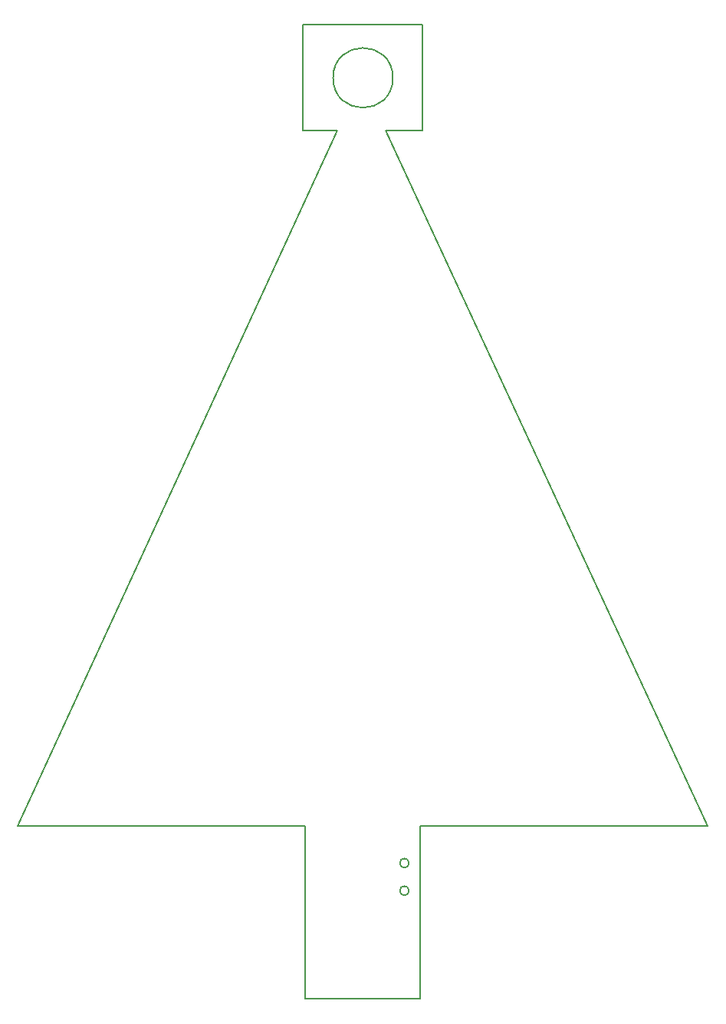
<source format=gbr>
%TF.GenerationSoftware,KiCad,Pcbnew,5.1.8-db9833491~88~ubuntu18.04.1*%
%TF.CreationDate,2020-11-25T20:35:17-08:00*%
%TF.ProjectId,xmas_ornament_2020,786d6173-5f6f-4726-9e61-6d656e745f32,rev?*%
%TF.SameCoordinates,Original*%
%TF.FileFunction,Profile,NP*%
%FSLAX46Y46*%
G04 Gerber Fmt 4.6, Leading zero omitted, Abs format (unit mm)*
G04 Created by KiCad (PCBNEW 5.1.8-db9833491~88~ubuntu18.04.1) date 2020-11-25 20:35:17*
%MOMM*%
%LPD*%
G01*
G04 APERTURE LIST*
%TA.AperFunction,Profile*%
%ADD10C,0.150000*%
%TD*%
G04 APERTURE END LIST*
D10*
X127000000Y-127000000D02*
X91440000Y-50292000D01*
X88900000Y-38608000D02*
X82296000Y-38608000D01*
X95504000Y-50292000D02*
X91440000Y-50292000D01*
X95504000Y-38608000D02*
X95504000Y-50292000D01*
X88900000Y-38608000D02*
X95504000Y-38608000D01*
X82296000Y-50292000D02*
X82296000Y-38608000D01*
X86106000Y-50292000D02*
X82296000Y-50292000D01*
X93980000Y-134112000D02*
G75*
G03*
X93980000Y-134112000I-508000J0D01*
G01*
X93980000Y-131064000D02*
G75*
G03*
X93980000Y-131064000I-508000J0D01*
G01*
X50800000Y-127000000D02*
X86106000Y-50292000D01*
X92202000Y-44450000D02*
G75*
G03*
X92202000Y-44450000I-3302000J0D01*
G01*
X82550000Y-127000000D02*
X50800000Y-127000000D01*
X82550000Y-146050000D02*
X82550000Y-127000000D01*
X88900000Y-146050000D02*
X82550000Y-146050000D01*
X95250000Y-127000000D02*
X127000000Y-127000000D01*
X95250000Y-146050000D02*
X95250000Y-127000000D01*
X94234000Y-146050000D02*
X95250000Y-146050000D01*
X88900000Y-146050000D02*
X94234000Y-146050000D01*
M02*

</source>
